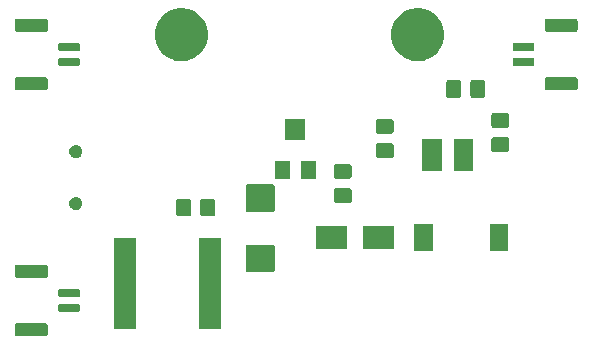
<source format=gbr>
%TF.GenerationSoftware,KiCad,Pcbnew,(6.0.0-rc1-dev-1583-gb0ab53ac2)*%
%TF.CreationDate,2019-01-25T22:49:34+01:00*%
%TF.ProjectId,SliderBar,536c6964-6572-4426-9172-2e6b69636164,rev?*%
%TF.SameCoordinates,Original*%
%TF.FileFunction,Soldermask,Bot*%
%TF.FilePolarity,Negative*%
%FSLAX46Y46*%
G04 Gerber Fmt 4.6, Leading zero omitted, Abs format (unit mm)*
G04 Created by KiCad (PCBNEW (6.0.0-rc1-dev-1583-gb0ab53ac2)) date 25/01/19 22:49:34 PM*
%MOMM*%
%LPD*%
G04 APERTURE LIST*
%ADD10C,0.100000*%
G04 APERTURE END LIST*
D10*
G36*
X140849315Y-78255884D02*
G01*
X140889146Y-78267966D01*
X140925845Y-78287582D01*
X140958015Y-78313985D01*
X140984418Y-78346155D01*
X141004034Y-78382854D01*
X141016116Y-78422685D01*
X141020800Y-78470241D01*
X141020800Y-79133759D01*
X141016116Y-79181315D01*
X141004034Y-79221146D01*
X140984418Y-79257845D01*
X140958015Y-79290015D01*
X140925845Y-79316418D01*
X140889146Y-79336034D01*
X140849315Y-79348116D01*
X140801759Y-79352800D01*
X138438241Y-79352800D01*
X138390685Y-79348116D01*
X138350854Y-79336034D01*
X138314155Y-79316418D01*
X138281985Y-79290015D01*
X138255582Y-79257845D01*
X138235966Y-79221146D01*
X138223884Y-79181315D01*
X138219200Y-79133759D01*
X138219200Y-78470241D01*
X138223884Y-78422685D01*
X138235966Y-78382854D01*
X138255582Y-78346155D01*
X138281985Y-78313985D01*
X138314155Y-78287582D01*
X138350854Y-78267966D01*
X138390685Y-78255884D01*
X138438241Y-78251200D01*
X140801759Y-78251200D01*
X140849315Y-78255884D01*
X140849315Y-78255884D01*
G37*
G36*
X155655799Y-78780801D02*
G01*
X153804199Y-78780801D01*
X153804199Y-71079201D01*
X155655799Y-71079201D01*
X155655799Y-78780801D01*
X155655799Y-78780801D01*
G37*
G36*
X148455799Y-78780801D02*
G01*
X146604199Y-78780801D01*
X146604199Y-71079201D01*
X148455799Y-71079201D01*
X148455799Y-78780801D01*
X148455799Y-78780801D01*
G37*
G36*
X143629809Y-76603962D02*
G01*
X143650869Y-76610351D01*
X143670288Y-76620731D01*
X143687305Y-76634695D01*
X143701269Y-76651712D01*
X143711649Y-76671131D01*
X143718038Y-76692191D01*
X143720800Y-76720240D01*
X143720800Y-77183760D01*
X143718038Y-77211809D01*
X143711649Y-77232869D01*
X143701269Y-77252288D01*
X143687305Y-77269305D01*
X143670288Y-77283269D01*
X143650869Y-77293649D01*
X143629809Y-77300038D01*
X143601760Y-77302800D01*
X142038240Y-77302800D01*
X142010191Y-77300038D01*
X141989131Y-77293649D01*
X141969712Y-77283269D01*
X141952695Y-77269305D01*
X141938731Y-77252288D01*
X141928351Y-77232869D01*
X141921962Y-77211809D01*
X141919200Y-77183760D01*
X141919200Y-76720240D01*
X141921962Y-76692191D01*
X141928351Y-76671131D01*
X141938731Y-76651712D01*
X141952695Y-76634695D01*
X141969712Y-76620731D01*
X141989131Y-76610351D01*
X142010191Y-76603962D01*
X142038240Y-76601200D01*
X143601760Y-76601200D01*
X143629809Y-76603962D01*
X143629809Y-76603962D01*
G37*
G36*
X143629809Y-75353962D02*
G01*
X143650869Y-75360351D01*
X143670288Y-75370731D01*
X143687305Y-75384695D01*
X143701269Y-75401712D01*
X143711649Y-75421131D01*
X143718038Y-75442191D01*
X143720800Y-75470240D01*
X143720800Y-75933760D01*
X143718038Y-75961809D01*
X143711649Y-75982869D01*
X143701269Y-76002288D01*
X143687305Y-76019305D01*
X143670288Y-76033269D01*
X143650869Y-76043649D01*
X143629809Y-76050038D01*
X143601760Y-76052800D01*
X142038240Y-76052800D01*
X142010191Y-76050038D01*
X141989131Y-76043649D01*
X141969712Y-76033269D01*
X141952695Y-76019305D01*
X141938731Y-76002288D01*
X141928351Y-75982869D01*
X141921962Y-75961809D01*
X141919200Y-75933760D01*
X141919200Y-75470240D01*
X141921962Y-75442191D01*
X141928351Y-75421131D01*
X141938731Y-75401712D01*
X141952695Y-75384695D01*
X141969712Y-75370731D01*
X141989131Y-75360351D01*
X142010191Y-75353962D01*
X142038240Y-75351200D01*
X143601760Y-75351200D01*
X143629809Y-75353962D01*
X143629809Y-75353962D01*
G37*
G36*
X140849315Y-73305884D02*
G01*
X140889146Y-73317966D01*
X140925845Y-73337582D01*
X140958015Y-73363985D01*
X140984418Y-73396155D01*
X141004034Y-73432854D01*
X141016116Y-73472685D01*
X141020800Y-73520241D01*
X141020800Y-74183759D01*
X141016116Y-74231315D01*
X141004034Y-74271146D01*
X140984418Y-74307845D01*
X140958015Y-74340015D01*
X140925845Y-74366418D01*
X140889146Y-74386034D01*
X140849315Y-74398116D01*
X140801759Y-74402800D01*
X138438241Y-74402800D01*
X138390685Y-74398116D01*
X138350854Y-74386034D01*
X138314155Y-74366418D01*
X138281985Y-74340015D01*
X138255582Y-74307845D01*
X138235966Y-74271146D01*
X138223884Y-74231315D01*
X138219200Y-74183759D01*
X138219200Y-73520241D01*
X138223884Y-73472685D01*
X138235966Y-73432854D01*
X138255582Y-73396155D01*
X138281985Y-73363985D01*
X138314155Y-73337582D01*
X138350854Y-73317966D01*
X138390685Y-73305884D01*
X138438241Y-73301200D01*
X140801759Y-73301200D01*
X140849315Y-73305884D01*
X140849315Y-73305884D01*
G37*
G36*
X160097623Y-71598945D02*
G01*
X160128286Y-71608247D01*
X160156546Y-71623352D01*
X160181317Y-71643681D01*
X160201646Y-71668452D01*
X160216751Y-71696712D01*
X160226053Y-71727375D01*
X160229798Y-71765404D01*
X160229798Y-73776596D01*
X160226053Y-73814625D01*
X160216751Y-73845288D01*
X160201646Y-73873548D01*
X160181317Y-73898319D01*
X160156546Y-73918648D01*
X160128286Y-73933753D01*
X160097623Y-73943055D01*
X160059594Y-73946800D01*
X157948402Y-73946800D01*
X157910373Y-73943055D01*
X157879710Y-73933753D01*
X157851450Y-73918648D01*
X157826679Y-73898319D01*
X157806350Y-73873548D01*
X157791245Y-73845288D01*
X157781943Y-73814625D01*
X157778198Y-73776596D01*
X157778198Y-71765404D01*
X157781943Y-71727375D01*
X157791245Y-71696712D01*
X157806350Y-71668452D01*
X157826679Y-71643681D01*
X157851450Y-71623352D01*
X157879710Y-71608247D01*
X157910373Y-71598945D01*
X157948402Y-71595200D01*
X160059594Y-71595200D01*
X160097623Y-71598945D01*
X160097623Y-71598945D01*
G37*
G36*
X180022800Y-72143802D02*
G01*
X178421200Y-72143802D01*
X178421200Y-69842202D01*
X180022800Y-69842202D01*
X180022800Y-72143802D01*
X180022800Y-72143802D01*
G37*
G36*
X173622800Y-72143802D02*
G01*
X172021200Y-72143802D01*
X172021200Y-69842202D01*
X173622800Y-69842202D01*
X173622800Y-72143802D01*
X173622800Y-72143802D01*
G37*
G36*
X166337802Y-71943800D02*
G01*
X163736202Y-71943800D01*
X163736202Y-70042200D01*
X166337802Y-70042200D01*
X166337802Y-71943800D01*
X166337802Y-71943800D01*
G37*
G36*
X170337802Y-71943800D02*
G01*
X167736202Y-71943800D01*
X167736202Y-70042200D01*
X170337802Y-70042200D01*
X170337802Y-71943800D01*
X170337802Y-71943800D01*
G37*
G36*
X152981546Y-67706664D02*
G01*
X153019225Y-67718094D01*
X153053942Y-67736651D01*
X153084377Y-67761627D01*
X153109353Y-67792062D01*
X153127910Y-67826779D01*
X153139340Y-67864458D01*
X153143803Y-67909774D01*
X153143803Y-68996228D01*
X153139340Y-69041544D01*
X153127910Y-69079223D01*
X153109353Y-69113940D01*
X153084377Y-69144375D01*
X153053942Y-69169351D01*
X153019225Y-69187908D01*
X152981546Y-69199338D01*
X152936230Y-69203801D01*
X152099776Y-69203801D01*
X152054460Y-69199338D01*
X152016781Y-69187908D01*
X151982064Y-69169351D01*
X151951629Y-69144375D01*
X151926653Y-69113940D01*
X151908096Y-69079223D01*
X151896666Y-69041544D01*
X151892203Y-68996228D01*
X151892203Y-67909774D01*
X151896666Y-67864458D01*
X151908096Y-67826779D01*
X151926653Y-67792062D01*
X151951629Y-67761627D01*
X151982064Y-67736651D01*
X152016781Y-67718094D01*
X152054460Y-67706664D01*
X152099776Y-67702201D01*
X152936230Y-67702201D01*
X152981546Y-67706664D01*
X152981546Y-67706664D01*
G37*
G36*
X155031546Y-67706664D02*
G01*
X155069225Y-67718094D01*
X155103942Y-67736651D01*
X155134377Y-67761627D01*
X155159353Y-67792062D01*
X155177910Y-67826779D01*
X155189340Y-67864458D01*
X155193803Y-67909774D01*
X155193803Y-68996228D01*
X155189340Y-69041544D01*
X155177910Y-69079223D01*
X155159353Y-69113940D01*
X155134377Y-69144375D01*
X155103942Y-69169351D01*
X155069225Y-69187908D01*
X155031546Y-69199338D01*
X154986230Y-69203801D01*
X154149776Y-69203801D01*
X154104460Y-69199338D01*
X154066781Y-69187908D01*
X154032064Y-69169351D01*
X154001629Y-69144375D01*
X153976653Y-69113940D01*
X153958096Y-69079223D01*
X153946666Y-69041544D01*
X153942203Y-68996228D01*
X153942203Y-67909774D01*
X153946666Y-67864458D01*
X153958096Y-67826779D01*
X153976653Y-67792062D01*
X154001629Y-67761627D01*
X154032064Y-67736651D01*
X154066781Y-67718094D01*
X154104460Y-67706664D01*
X154149776Y-67702201D01*
X154986230Y-67702201D01*
X155031546Y-67706664D01*
X155031546Y-67706664D01*
G37*
G36*
X160097623Y-66498945D02*
G01*
X160128286Y-66508247D01*
X160156546Y-66523352D01*
X160181317Y-66543681D01*
X160201646Y-66568452D01*
X160216751Y-66596712D01*
X160226053Y-66627375D01*
X160229798Y-66665404D01*
X160229798Y-68676596D01*
X160226053Y-68714625D01*
X160216751Y-68745288D01*
X160201646Y-68773548D01*
X160181317Y-68798319D01*
X160156546Y-68818648D01*
X160128286Y-68833753D01*
X160097623Y-68843055D01*
X160059594Y-68846800D01*
X157948402Y-68846800D01*
X157910373Y-68843055D01*
X157879710Y-68833753D01*
X157851450Y-68818648D01*
X157826679Y-68798319D01*
X157806350Y-68773548D01*
X157791245Y-68745288D01*
X157781943Y-68714625D01*
X157778198Y-68676596D01*
X157778198Y-66665404D01*
X157781943Y-66627375D01*
X157791245Y-66596712D01*
X157806350Y-66568452D01*
X157826679Y-66543681D01*
X157851450Y-66523352D01*
X157879710Y-66508247D01*
X157910373Y-66498945D01*
X157948402Y-66495200D01*
X160059594Y-66495200D01*
X160097623Y-66498945D01*
X160097623Y-66498945D01*
G37*
G36*
X143472720Y-67569256D02*
G01*
X143543662Y-67583367D01*
X143643902Y-67624887D01*
X143733706Y-67684893D01*
X143734117Y-67685168D01*
X143810832Y-67761883D01*
X143810834Y-67761886D01*
X143871113Y-67852098D01*
X143912633Y-67952338D01*
X143912633Y-67952340D01*
X143929065Y-68034944D01*
X143933800Y-68058751D01*
X143933800Y-68167249D01*
X143912633Y-68273662D01*
X143871113Y-68373902D01*
X143811107Y-68463706D01*
X143810832Y-68464117D01*
X143734117Y-68540832D01*
X143734114Y-68540834D01*
X143643902Y-68601113D01*
X143543662Y-68642633D01*
X143472720Y-68656744D01*
X143437250Y-68663800D01*
X143328750Y-68663800D01*
X143293280Y-68656744D01*
X143222338Y-68642633D01*
X143122098Y-68601113D01*
X143031886Y-68540834D01*
X143031883Y-68540832D01*
X142955168Y-68464117D01*
X142954893Y-68463706D01*
X142894887Y-68373902D01*
X142853367Y-68273662D01*
X142832200Y-68167249D01*
X142832200Y-68058751D01*
X142836936Y-68034944D01*
X142853367Y-67952340D01*
X142853367Y-67952338D01*
X142894887Y-67852098D01*
X142955166Y-67761886D01*
X142955168Y-67761883D01*
X143031883Y-67685168D01*
X143032294Y-67684893D01*
X143122098Y-67624887D01*
X143222338Y-67583367D01*
X143293280Y-67569256D01*
X143328750Y-67562200D01*
X143437250Y-67562200D01*
X143472720Y-67569256D01*
X143472720Y-67569256D01*
G37*
G36*
X166577543Y-66833662D02*
G01*
X166615222Y-66845092D01*
X166649939Y-66863649D01*
X166680374Y-66888625D01*
X166705350Y-66919060D01*
X166723907Y-66953777D01*
X166735337Y-66991456D01*
X166739800Y-67036772D01*
X166739800Y-67873226D01*
X166735337Y-67918542D01*
X166723907Y-67956221D01*
X166705350Y-67990938D01*
X166680374Y-68021373D01*
X166649939Y-68046349D01*
X166615222Y-68064906D01*
X166577543Y-68076336D01*
X166532227Y-68080799D01*
X165445773Y-68080799D01*
X165400457Y-68076336D01*
X165362778Y-68064906D01*
X165328061Y-68046349D01*
X165297626Y-68021373D01*
X165272650Y-67990938D01*
X165254093Y-67956221D01*
X165242663Y-67918542D01*
X165238200Y-67873226D01*
X165238200Y-67036772D01*
X165242663Y-66991456D01*
X165254093Y-66953777D01*
X165272650Y-66919060D01*
X165297626Y-66888625D01*
X165328061Y-66863649D01*
X165362778Y-66845092D01*
X165400457Y-66833662D01*
X165445773Y-66829199D01*
X166532227Y-66829199D01*
X166577543Y-66833662D01*
X166577543Y-66833662D01*
G37*
G36*
X166577543Y-64783662D02*
G01*
X166615222Y-64795092D01*
X166649939Y-64813649D01*
X166680374Y-64838625D01*
X166705350Y-64869060D01*
X166723907Y-64903777D01*
X166735337Y-64941456D01*
X166739800Y-64986772D01*
X166739800Y-65823226D01*
X166735337Y-65868542D01*
X166723907Y-65906221D01*
X166705350Y-65940938D01*
X166680374Y-65971373D01*
X166649939Y-65996349D01*
X166615222Y-66014906D01*
X166577543Y-66026336D01*
X166532227Y-66030799D01*
X165445773Y-66030799D01*
X165400457Y-66026336D01*
X165362778Y-66014906D01*
X165328061Y-65996349D01*
X165297626Y-65971373D01*
X165272650Y-65940938D01*
X165254093Y-65906221D01*
X165242663Y-65868542D01*
X165238200Y-65823226D01*
X165238200Y-64986772D01*
X165242663Y-64941456D01*
X165254093Y-64903777D01*
X165272650Y-64869060D01*
X165297626Y-64838625D01*
X165328061Y-64813649D01*
X165362778Y-64795092D01*
X165400457Y-64783662D01*
X165445773Y-64779199D01*
X166532227Y-64779199D01*
X166577543Y-64783662D01*
X166577543Y-64783662D01*
G37*
G36*
X163718800Y-66028801D02*
G01*
X162417200Y-66028801D01*
X162417200Y-64527201D01*
X163718800Y-64527201D01*
X163718800Y-66028801D01*
X163718800Y-66028801D01*
G37*
G36*
X161518800Y-66028801D02*
G01*
X160217200Y-66028801D01*
X160217200Y-64527201D01*
X161518800Y-64527201D01*
X161518800Y-66028801D01*
X161518800Y-66028801D01*
G37*
G36*
X174359799Y-65333800D02*
G01*
X172698199Y-65333800D01*
X172698199Y-62682200D01*
X174359799Y-62682200D01*
X174359799Y-65333800D01*
X174359799Y-65333800D01*
G37*
G36*
X177059799Y-65333800D02*
G01*
X175398199Y-65333800D01*
X175398199Y-62682200D01*
X177059799Y-62682200D01*
X177059799Y-65333800D01*
X177059799Y-65333800D01*
G37*
G36*
X170133543Y-63023664D02*
G01*
X170171222Y-63035094D01*
X170205939Y-63053651D01*
X170236374Y-63078627D01*
X170261350Y-63109062D01*
X170279907Y-63143779D01*
X170291337Y-63181458D01*
X170295800Y-63226774D01*
X170295800Y-64063228D01*
X170291337Y-64108544D01*
X170279907Y-64146223D01*
X170261350Y-64180940D01*
X170236374Y-64211375D01*
X170205939Y-64236351D01*
X170171222Y-64254908D01*
X170133543Y-64266338D01*
X170088227Y-64270801D01*
X169001773Y-64270801D01*
X168956457Y-64266338D01*
X168918778Y-64254908D01*
X168884061Y-64236351D01*
X168853626Y-64211375D01*
X168828650Y-64180940D01*
X168810093Y-64146223D01*
X168798663Y-64108544D01*
X168794200Y-64063228D01*
X168794200Y-63226774D01*
X168798663Y-63181458D01*
X168810093Y-63143779D01*
X168828650Y-63109062D01*
X168853626Y-63078627D01*
X168884061Y-63053651D01*
X168918778Y-63035094D01*
X168956457Y-63023664D01*
X169001773Y-63019201D01*
X170088227Y-63019201D01*
X170133543Y-63023664D01*
X170133543Y-63023664D01*
G37*
G36*
X143472720Y-63169256D02*
G01*
X143543662Y-63183367D01*
X143643902Y-63224887D01*
X143733706Y-63284893D01*
X143734117Y-63285168D01*
X143810832Y-63361883D01*
X143810834Y-63361886D01*
X143871113Y-63452098D01*
X143912633Y-63552338D01*
X143933800Y-63658751D01*
X143933800Y-63767249D01*
X143912633Y-63873662D01*
X143871113Y-63973902D01*
X143819065Y-64051796D01*
X143810832Y-64064117D01*
X143734117Y-64140832D01*
X143734114Y-64140834D01*
X143643902Y-64201113D01*
X143543662Y-64242633D01*
X143481952Y-64254908D01*
X143437250Y-64263800D01*
X143328750Y-64263800D01*
X143284048Y-64254908D01*
X143222338Y-64242633D01*
X143122098Y-64201113D01*
X143031886Y-64140834D01*
X143031883Y-64140832D01*
X142955168Y-64064117D01*
X142946935Y-64051796D01*
X142894887Y-63973902D01*
X142853367Y-63873662D01*
X142832200Y-63767249D01*
X142832200Y-63658751D01*
X142853367Y-63552338D01*
X142894887Y-63452098D01*
X142955166Y-63361886D01*
X142955168Y-63361883D01*
X143031883Y-63285168D01*
X143032294Y-63284893D01*
X143122098Y-63224887D01*
X143222338Y-63183367D01*
X143293280Y-63169256D01*
X143328750Y-63162200D01*
X143437250Y-63162200D01*
X143472720Y-63169256D01*
X143472720Y-63169256D01*
G37*
G36*
X179912543Y-62515663D02*
G01*
X179950222Y-62527093D01*
X179984939Y-62545650D01*
X180015374Y-62570626D01*
X180040350Y-62601061D01*
X180058907Y-62635778D01*
X180070337Y-62673457D01*
X180074800Y-62718773D01*
X180074800Y-63555227D01*
X180070337Y-63600543D01*
X180058907Y-63638222D01*
X180040350Y-63672939D01*
X180015374Y-63703374D01*
X179984939Y-63728350D01*
X179950222Y-63746907D01*
X179912543Y-63758337D01*
X179867227Y-63762800D01*
X178780773Y-63762800D01*
X178735457Y-63758337D01*
X178697778Y-63746907D01*
X178663061Y-63728350D01*
X178632626Y-63703374D01*
X178607650Y-63672939D01*
X178589093Y-63638222D01*
X178577663Y-63600543D01*
X178573200Y-63555227D01*
X178573200Y-62718773D01*
X178577663Y-62673457D01*
X178589093Y-62635778D01*
X178607650Y-62601061D01*
X178632626Y-62570626D01*
X178663061Y-62545650D01*
X178697778Y-62527093D01*
X178735457Y-62515663D01*
X178780773Y-62511200D01*
X179867227Y-62511200D01*
X179912543Y-62515663D01*
X179912543Y-62515663D01*
G37*
G36*
X162818800Y-62728801D02*
G01*
X161117200Y-62728801D01*
X161117200Y-60927201D01*
X162818800Y-60927201D01*
X162818800Y-62728801D01*
X162818800Y-62728801D01*
G37*
G36*
X170133543Y-60973664D02*
G01*
X170171222Y-60985094D01*
X170205939Y-61003651D01*
X170236374Y-61028627D01*
X170261350Y-61059062D01*
X170279907Y-61093779D01*
X170291337Y-61131458D01*
X170295800Y-61176774D01*
X170295800Y-62013228D01*
X170291337Y-62058544D01*
X170279907Y-62096223D01*
X170261350Y-62130940D01*
X170236374Y-62161375D01*
X170205939Y-62186351D01*
X170171222Y-62204908D01*
X170133543Y-62216338D01*
X170088227Y-62220801D01*
X169001773Y-62220801D01*
X168956457Y-62216338D01*
X168918778Y-62204908D01*
X168884061Y-62186351D01*
X168853626Y-62161375D01*
X168828650Y-62130940D01*
X168810093Y-62096223D01*
X168798663Y-62058544D01*
X168794200Y-62013228D01*
X168794200Y-61176774D01*
X168798663Y-61131458D01*
X168810093Y-61093779D01*
X168828650Y-61059062D01*
X168853626Y-61028627D01*
X168884061Y-61003651D01*
X168918778Y-60985094D01*
X168956457Y-60973664D01*
X169001773Y-60969201D01*
X170088227Y-60969201D01*
X170133543Y-60973664D01*
X170133543Y-60973664D01*
G37*
G36*
X179912543Y-60465663D02*
G01*
X179950222Y-60477093D01*
X179984939Y-60495650D01*
X180015374Y-60520626D01*
X180040350Y-60551061D01*
X180058907Y-60585778D01*
X180070337Y-60623457D01*
X180074800Y-60668773D01*
X180074800Y-61505227D01*
X180070337Y-61550543D01*
X180058907Y-61588222D01*
X180040350Y-61622939D01*
X180015374Y-61653374D01*
X179984939Y-61678350D01*
X179950222Y-61696907D01*
X179912543Y-61708337D01*
X179867227Y-61712800D01*
X178780773Y-61712800D01*
X178735457Y-61708337D01*
X178697778Y-61696907D01*
X178663061Y-61678350D01*
X178632626Y-61653374D01*
X178607650Y-61622939D01*
X178589093Y-61588222D01*
X178577663Y-61550543D01*
X178573200Y-61505227D01*
X178573200Y-60668773D01*
X178577663Y-60623457D01*
X178589093Y-60585778D01*
X178607650Y-60551061D01*
X178632626Y-60520626D01*
X178663061Y-60495650D01*
X178697778Y-60477093D01*
X178735457Y-60465663D01*
X178780773Y-60461200D01*
X179867227Y-60461200D01*
X179912543Y-60465663D01*
X179912543Y-60465663D01*
G37*
G36*
X175841543Y-57673663D02*
G01*
X175879222Y-57685093D01*
X175913939Y-57703650D01*
X175944374Y-57728626D01*
X175969350Y-57759061D01*
X175987907Y-57793778D01*
X175999337Y-57831457D01*
X176003800Y-57876773D01*
X176003800Y-58963227D01*
X175999337Y-59008543D01*
X175987907Y-59046222D01*
X175969350Y-59080939D01*
X175944374Y-59111374D01*
X175913939Y-59136350D01*
X175879222Y-59154907D01*
X175841543Y-59166337D01*
X175796227Y-59170800D01*
X174959773Y-59170800D01*
X174914457Y-59166337D01*
X174876778Y-59154907D01*
X174842061Y-59136350D01*
X174811626Y-59111374D01*
X174786650Y-59080939D01*
X174768093Y-59046222D01*
X174756663Y-59008543D01*
X174752200Y-58963227D01*
X174752200Y-57876773D01*
X174756663Y-57831457D01*
X174768093Y-57793778D01*
X174786650Y-57759061D01*
X174811626Y-57728626D01*
X174842061Y-57703650D01*
X174876778Y-57685093D01*
X174914457Y-57673663D01*
X174959773Y-57669200D01*
X175796227Y-57669200D01*
X175841543Y-57673663D01*
X175841543Y-57673663D01*
G37*
G36*
X177891543Y-57673663D02*
G01*
X177929222Y-57685093D01*
X177963939Y-57703650D01*
X177994374Y-57728626D01*
X178019350Y-57759061D01*
X178037907Y-57793778D01*
X178049337Y-57831457D01*
X178053800Y-57876773D01*
X178053800Y-58963227D01*
X178049337Y-59008543D01*
X178037907Y-59046222D01*
X178019350Y-59080939D01*
X177994374Y-59111374D01*
X177963939Y-59136350D01*
X177929222Y-59154907D01*
X177891543Y-59166337D01*
X177846227Y-59170800D01*
X177009773Y-59170800D01*
X176964457Y-59166337D01*
X176926778Y-59154907D01*
X176892061Y-59136350D01*
X176861626Y-59111374D01*
X176836650Y-59080939D01*
X176818093Y-59046222D01*
X176806663Y-59008543D01*
X176802200Y-58963227D01*
X176802200Y-57876773D01*
X176806663Y-57831457D01*
X176818093Y-57793778D01*
X176836650Y-57759061D01*
X176861626Y-57728626D01*
X176892061Y-57703650D01*
X176926778Y-57685093D01*
X176964457Y-57673663D01*
X177009773Y-57669200D01*
X177846227Y-57669200D01*
X177891543Y-57673663D01*
X177891543Y-57673663D01*
G37*
G36*
X140849315Y-57427884D02*
G01*
X140889146Y-57439966D01*
X140925845Y-57459582D01*
X140958015Y-57485985D01*
X140984418Y-57518155D01*
X141004034Y-57554854D01*
X141016116Y-57594685D01*
X141020800Y-57642241D01*
X141020800Y-58305759D01*
X141016116Y-58353315D01*
X141004034Y-58393146D01*
X140984418Y-58429845D01*
X140958015Y-58462015D01*
X140925845Y-58488418D01*
X140889146Y-58508034D01*
X140849315Y-58520116D01*
X140801759Y-58524800D01*
X138438241Y-58524800D01*
X138390685Y-58520116D01*
X138350854Y-58508034D01*
X138314155Y-58488418D01*
X138281985Y-58462015D01*
X138255582Y-58429845D01*
X138235966Y-58393146D01*
X138223884Y-58353315D01*
X138219200Y-58305759D01*
X138219200Y-57642241D01*
X138223884Y-57594685D01*
X138235966Y-57554854D01*
X138255582Y-57518155D01*
X138281985Y-57485985D01*
X138314155Y-57459582D01*
X138350854Y-57439966D01*
X138390685Y-57427884D01*
X138438241Y-57423200D01*
X140801759Y-57423200D01*
X140849315Y-57427884D01*
X140849315Y-57427884D01*
G37*
G36*
X185713315Y-57427884D02*
G01*
X185753146Y-57439966D01*
X185789845Y-57459582D01*
X185822015Y-57485985D01*
X185848418Y-57518155D01*
X185868034Y-57554854D01*
X185880116Y-57594685D01*
X185884800Y-57642241D01*
X185884800Y-58305759D01*
X185880116Y-58353315D01*
X185868034Y-58393146D01*
X185848418Y-58429845D01*
X185822015Y-58462015D01*
X185789845Y-58488418D01*
X185753146Y-58508034D01*
X185713315Y-58520116D01*
X185665759Y-58524800D01*
X183302241Y-58524800D01*
X183254685Y-58520116D01*
X183214854Y-58508034D01*
X183178155Y-58488418D01*
X183145985Y-58462015D01*
X183119582Y-58429845D01*
X183099966Y-58393146D01*
X183087884Y-58353315D01*
X183083200Y-58305759D01*
X183083200Y-57642241D01*
X183087884Y-57594685D01*
X183099966Y-57554854D01*
X183119582Y-57518155D01*
X183145985Y-57485985D01*
X183178155Y-57459582D01*
X183214854Y-57439966D01*
X183254685Y-57427884D01*
X183302241Y-57423200D01*
X185665759Y-57423200D01*
X185713315Y-57427884D01*
X185713315Y-57427884D01*
G37*
G36*
X182093809Y-55775962D02*
G01*
X182114869Y-55782351D01*
X182134288Y-55792731D01*
X182151305Y-55806695D01*
X182165269Y-55823712D01*
X182175649Y-55843131D01*
X182182038Y-55864191D01*
X182184800Y-55892240D01*
X182184800Y-56355760D01*
X182182038Y-56383809D01*
X182175649Y-56404869D01*
X182165269Y-56424288D01*
X182151305Y-56441305D01*
X182134288Y-56455269D01*
X182114869Y-56465649D01*
X182093809Y-56472038D01*
X182065760Y-56474800D01*
X180502240Y-56474800D01*
X180474191Y-56472038D01*
X180453131Y-56465649D01*
X180433712Y-56455269D01*
X180416695Y-56441305D01*
X180402731Y-56424288D01*
X180392351Y-56404869D01*
X180385962Y-56383809D01*
X180383200Y-56355760D01*
X180383200Y-55892240D01*
X180385962Y-55864191D01*
X180392351Y-55843131D01*
X180402731Y-55823712D01*
X180416695Y-55806695D01*
X180433712Y-55792731D01*
X180453131Y-55782351D01*
X180474191Y-55775962D01*
X180502240Y-55773200D01*
X182065760Y-55773200D01*
X182093809Y-55775962D01*
X182093809Y-55775962D01*
G37*
G36*
X143629809Y-55775962D02*
G01*
X143650869Y-55782351D01*
X143670288Y-55792731D01*
X143687305Y-55806695D01*
X143701269Y-55823712D01*
X143711649Y-55843131D01*
X143718038Y-55864191D01*
X143720800Y-55892240D01*
X143720800Y-56355760D01*
X143718038Y-56383809D01*
X143711649Y-56404869D01*
X143701269Y-56424288D01*
X143687305Y-56441305D01*
X143670288Y-56455269D01*
X143650869Y-56465649D01*
X143629809Y-56472038D01*
X143601760Y-56474800D01*
X142038240Y-56474800D01*
X142010191Y-56472038D01*
X141989131Y-56465649D01*
X141969712Y-56455269D01*
X141952695Y-56441305D01*
X141938731Y-56424288D01*
X141928351Y-56404869D01*
X141921962Y-56383809D01*
X141919200Y-56355760D01*
X141919200Y-55892240D01*
X141921962Y-55864191D01*
X141928351Y-55843131D01*
X141938731Y-55823712D01*
X141952695Y-55806695D01*
X141969712Y-55792731D01*
X141989131Y-55782351D01*
X142010191Y-55775962D01*
X142038240Y-55773200D01*
X143601760Y-55773200D01*
X143629809Y-55775962D01*
X143629809Y-55775962D01*
G37*
G36*
X172844584Y-51646865D02*
G01*
X172989534Y-51675697D01*
X173399154Y-51845367D01*
X173767802Y-52091689D01*
X174081311Y-52405198D01*
X174327633Y-52773846D01*
X174497303Y-53183466D01*
X174497303Y-53183467D01*
X174574213Y-53570116D01*
X174583800Y-53618316D01*
X174583800Y-54061684D01*
X174497303Y-54496534D01*
X174327633Y-54906154D01*
X174081311Y-55274802D01*
X173767802Y-55588311D01*
X173399154Y-55834633D01*
X172989534Y-56004303D01*
X172844584Y-56033135D01*
X172554686Y-56090800D01*
X172111314Y-56090800D01*
X171821416Y-56033135D01*
X171676466Y-56004303D01*
X171266846Y-55834633D01*
X170898198Y-55588311D01*
X170584689Y-55274802D01*
X170338367Y-54906154D01*
X170168697Y-54496534D01*
X170082200Y-54061684D01*
X170082200Y-53618316D01*
X170091788Y-53570116D01*
X170168697Y-53183467D01*
X170168697Y-53183466D01*
X170338367Y-52773846D01*
X170584689Y-52405198D01*
X170898198Y-52091689D01*
X171266846Y-51845367D01*
X171676466Y-51675697D01*
X171821416Y-51646865D01*
X172111314Y-51589200D01*
X172554686Y-51589200D01*
X172844584Y-51646865D01*
X172844584Y-51646865D01*
G37*
G36*
X152844584Y-51646865D02*
G01*
X152989534Y-51675697D01*
X153399154Y-51845367D01*
X153767802Y-52091689D01*
X154081311Y-52405198D01*
X154327633Y-52773846D01*
X154497303Y-53183466D01*
X154497303Y-53183467D01*
X154574213Y-53570116D01*
X154583800Y-53618316D01*
X154583800Y-54061684D01*
X154497303Y-54496534D01*
X154327633Y-54906154D01*
X154081311Y-55274802D01*
X153767802Y-55588311D01*
X153399154Y-55834633D01*
X152989534Y-56004303D01*
X152844584Y-56033135D01*
X152554686Y-56090800D01*
X152111314Y-56090800D01*
X151821416Y-56033135D01*
X151676466Y-56004303D01*
X151266846Y-55834633D01*
X150898198Y-55588311D01*
X150584689Y-55274802D01*
X150338367Y-54906154D01*
X150168697Y-54496534D01*
X150082200Y-54061684D01*
X150082200Y-53618316D01*
X150091788Y-53570116D01*
X150168697Y-53183467D01*
X150168697Y-53183466D01*
X150338367Y-52773846D01*
X150584689Y-52405198D01*
X150898198Y-52091689D01*
X151266846Y-51845367D01*
X151676466Y-51675697D01*
X151821416Y-51646865D01*
X152111314Y-51589200D01*
X152554686Y-51589200D01*
X152844584Y-51646865D01*
X152844584Y-51646865D01*
G37*
G36*
X182093809Y-54525962D02*
G01*
X182114869Y-54532351D01*
X182134288Y-54542731D01*
X182151305Y-54556695D01*
X182165269Y-54573712D01*
X182175649Y-54593131D01*
X182182038Y-54614191D01*
X182184800Y-54642240D01*
X182184800Y-55105760D01*
X182182038Y-55133809D01*
X182175649Y-55154869D01*
X182165269Y-55174288D01*
X182151305Y-55191305D01*
X182134288Y-55205269D01*
X182114869Y-55215649D01*
X182093809Y-55222038D01*
X182065760Y-55224800D01*
X180502240Y-55224800D01*
X180474191Y-55222038D01*
X180453131Y-55215649D01*
X180433712Y-55205269D01*
X180416695Y-55191305D01*
X180402731Y-55174288D01*
X180392351Y-55154869D01*
X180385962Y-55133809D01*
X180383200Y-55105760D01*
X180383200Y-54642240D01*
X180385962Y-54614191D01*
X180392351Y-54593131D01*
X180402731Y-54573712D01*
X180416695Y-54556695D01*
X180433712Y-54542731D01*
X180453131Y-54532351D01*
X180474191Y-54525962D01*
X180502240Y-54523200D01*
X182065760Y-54523200D01*
X182093809Y-54525962D01*
X182093809Y-54525962D01*
G37*
G36*
X143629809Y-54525962D02*
G01*
X143650869Y-54532351D01*
X143670288Y-54542731D01*
X143687305Y-54556695D01*
X143701269Y-54573712D01*
X143711649Y-54593131D01*
X143718038Y-54614191D01*
X143720800Y-54642240D01*
X143720800Y-55105760D01*
X143718038Y-55133809D01*
X143711649Y-55154869D01*
X143701269Y-55174288D01*
X143687305Y-55191305D01*
X143670288Y-55205269D01*
X143650869Y-55215649D01*
X143629809Y-55222038D01*
X143601760Y-55224800D01*
X142038240Y-55224800D01*
X142010191Y-55222038D01*
X141989131Y-55215649D01*
X141969712Y-55205269D01*
X141952695Y-55191305D01*
X141938731Y-55174288D01*
X141928351Y-55154869D01*
X141921962Y-55133809D01*
X141919200Y-55105760D01*
X141919200Y-54642240D01*
X141921962Y-54614191D01*
X141928351Y-54593131D01*
X141938731Y-54573712D01*
X141952695Y-54556695D01*
X141969712Y-54542731D01*
X141989131Y-54532351D01*
X142010191Y-54525962D01*
X142038240Y-54523200D01*
X143601760Y-54523200D01*
X143629809Y-54525962D01*
X143629809Y-54525962D01*
G37*
G36*
X185713315Y-52477884D02*
G01*
X185753146Y-52489966D01*
X185789845Y-52509582D01*
X185822015Y-52535985D01*
X185848418Y-52568155D01*
X185868034Y-52604854D01*
X185880116Y-52644685D01*
X185884800Y-52692241D01*
X185884800Y-53355759D01*
X185880116Y-53403315D01*
X185868034Y-53443146D01*
X185848418Y-53479845D01*
X185822015Y-53512015D01*
X185789845Y-53538418D01*
X185753146Y-53558034D01*
X185713315Y-53570116D01*
X185665759Y-53574800D01*
X183302241Y-53574800D01*
X183254685Y-53570116D01*
X183214854Y-53558034D01*
X183178155Y-53538418D01*
X183145985Y-53512015D01*
X183119582Y-53479845D01*
X183099966Y-53443146D01*
X183087884Y-53403315D01*
X183083200Y-53355759D01*
X183083200Y-52692241D01*
X183087884Y-52644685D01*
X183099966Y-52604854D01*
X183119582Y-52568155D01*
X183145985Y-52535985D01*
X183178155Y-52509582D01*
X183214854Y-52489966D01*
X183254685Y-52477884D01*
X183302241Y-52473200D01*
X185665759Y-52473200D01*
X185713315Y-52477884D01*
X185713315Y-52477884D01*
G37*
G36*
X140849315Y-52477884D02*
G01*
X140889146Y-52489966D01*
X140925845Y-52509582D01*
X140958015Y-52535985D01*
X140984418Y-52568155D01*
X141004034Y-52604854D01*
X141016116Y-52644685D01*
X141020800Y-52692241D01*
X141020800Y-53355759D01*
X141016116Y-53403315D01*
X141004034Y-53443146D01*
X140984418Y-53479845D01*
X140958015Y-53512015D01*
X140925845Y-53538418D01*
X140889146Y-53558034D01*
X140849315Y-53570116D01*
X140801759Y-53574800D01*
X138438241Y-53574800D01*
X138390685Y-53570116D01*
X138350854Y-53558034D01*
X138314155Y-53538418D01*
X138281985Y-53512015D01*
X138255582Y-53479845D01*
X138235966Y-53443146D01*
X138223884Y-53403315D01*
X138219200Y-53355759D01*
X138219200Y-52692241D01*
X138223884Y-52644685D01*
X138235966Y-52604854D01*
X138255582Y-52568155D01*
X138281985Y-52535985D01*
X138314155Y-52509582D01*
X138350854Y-52489966D01*
X138390685Y-52477884D01*
X138438241Y-52473200D01*
X140801759Y-52473200D01*
X140849315Y-52477884D01*
X140849315Y-52477884D01*
G37*
M02*

</source>
